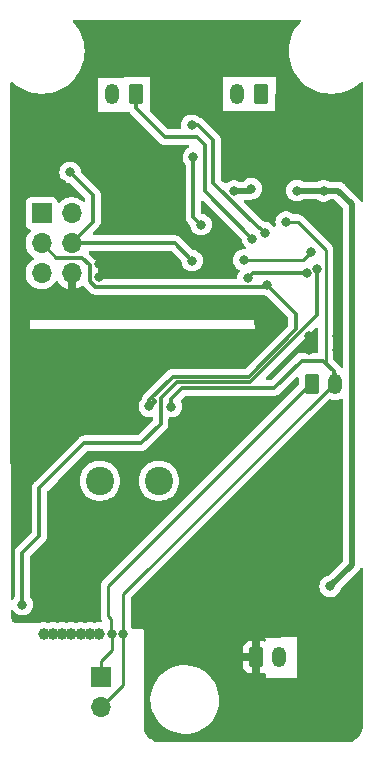
<source format=gbr>
%TF.GenerationSoftware,KiCad,Pcbnew,7.0.5-7.0.5~ubuntu20.04.1*%
%TF.CreationDate,2023-06-23T07:32:12+02:00*%
%TF.ProjectId,ModuleV440,4d6f6475-6c65-4563-9434-302e6b696361,rev?*%
%TF.SameCoordinates,Original*%
%TF.FileFunction,Copper,L2,Bot*%
%TF.FilePolarity,Positive*%
%FSLAX46Y46*%
G04 Gerber Fmt 4.6, Leading zero omitted, Abs format (unit mm)*
G04 Created by KiCad (PCBNEW 7.0.5-7.0.5~ubuntu20.04.1) date 2023-06-23 07:32:12*
%MOMM*%
%LPD*%
G01*
G04 APERTURE LIST*
G04 Aperture macros list*
%AMRoundRect*
0 Rectangle with rounded corners*
0 $1 Rounding radius*
0 $2 $3 $4 $5 $6 $7 $8 $9 X,Y pos of 4 corners*
0 Add a 4 corners polygon primitive as box body*
4,1,4,$2,$3,$4,$5,$6,$7,$8,$9,$2,$3,0*
0 Add four circle primitives for the rounded corners*
1,1,$1+$1,$2,$3*
1,1,$1+$1,$4,$5*
1,1,$1+$1,$6,$7*
1,1,$1+$1,$8,$9*
0 Add four rect primitives between the rounded corners*
20,1,$1+$1,$2,$3,$4,$5,0*
20,1,$1+$1,$4,$5,$6,$7,0*
20,1,$1+$1,$6,$7,$8,$9,0*
20,1,$1+$1,$8,$9,$2,$3,0*%
G04 Aperture macros list end*
%TA.AperFunction,ComponentPad*%
%ADD10RoundRect,0.250000X0.350000X0.625000X-0.350000X0.625000X-0.350000X-0.625000X0.350000X-0.625000X0*%
%TD*%
%TA.AperFunction,ComponentPad*%
%ADD11O,1.200000X1.750000*%
%TD*%
%TA.AperFunction,ComponentPad*%
%ADD12RoundRect,0.250000X-0.350000X-0.625000X0.350000X-0.625000X0.350000X0.625000X-0.350000X0.625000X0*%
%TD*%
%TA.AperFunction,ComponentPad*%
%ADD13R,1.700000X1.700000*%
%TD*%
%TA.AperFunction,ComponentPad*%
%ADD14O,1.700000X1.700000*%
%TD*%
%TA.AperFunction,ComponentPad*%
%ADD15C,2.400000*%
%TD*%
%TA.AperFunction,ViaPad*%
%ADD16C,1.000000*%
%TD*%
%TA.AperFunction,ViaPad*%
%ADD17C,0.800000*%
%TD*%
%TA.AperFunction,Conductor*%
%ADD18C,0.500000*%
%TD*%
%TA.AperFunction,Conductor*%
%ADD19C,0.300000*%
%TD*%
%TA.AperFunction,Conductor*%
%ADD20C,0.250000*%
%TD*%
G04 APERTURE END LIST*
D10*
%TO.P,RX1,1,Pin_1*%
%TO.N,RXD0*%
X10700000Y54950000D03*
D11*
%TO.P,RX1,2,Pin_2*%
%TO.N,VCC*%
X8700000Y54950000D03*
%TD*%
D12*
%TO.P,EXTTEMP1,1,Pin_1*%
%TO.N,MISO*%
X25600000Y30450000D03*
D11*
%TO.P,EXTTEMP1,2,Pin_2*%
%TO.N,VREF*%
X27600000Y30450000D03*
%TD*%
D10*
%TO.P,TX1,1,Pin_1*%
%TO.N,Net-(TX1-Pin_1)*%
X21300000Y54950000D03*
D11*
%TO.P,TX1,2,Pin_2*%
%TO.N,Net-(TX1-Pin_2)*%
X19300000Y54950000D03*
%TD*%
D13*
%TO.P,REMOTE1,1,Pin_1*%
%TO.N,MISO*%
X7750000Y5575000D03*
D14*
%TO.P,REMOTE1,2,Pin_2*%
%TO.N,VREF*%
X7750000Y3035000D03*
%TD*%
D12*
%TO.P,POWER1,1,Pin_1*%
%TO.N,GND*%
X20850000Y7300000D03*
D11*
%TO.P,POWER1,2,Pin_2*%
%TO.N,Net-(POWER1-Pin_2)*%
X22850000Y7300000D03*
%TD*%
D13*
%TO.P,J2,1,MISO*%
%TO.N,MISO*%
X2725000Y44875000D03*
D14*
%TO.P,J2,2,VCC*%
%TO.N,VCC*%
X5265000Y44875000D03*
%TO.P,J2,3,SCK*%
%TO.N,SCK*%
X2725000Y42335000D03*
%TO.P,J2,4,MOSI*%
%TO.N,Net-(ATTINY841-PA6)*%
X5265000Y42335000D03*
%TO.P,J2,5,~{RST}*%
%TO.N,Net-(ATTINY841-~{RESET}{slash}PB3)*%
X2725000Y39795000D03*
%TO.P,J2,6,GND*%
%TO.N,GND*%
X5265000Y39795000D03*
%TD*%
D15*
%TO.P,R30,1*%
%TO.N,VCC*%
X12660000Y22225000D03*
%TO.P,R30,2*%
%TO.N,Net-(Q1-D)*%
X7660000Y22225000D03*
%TD*%
D16*
%TO.N,*%
X2893333Y9250000D03*
X3674444Y9250000D03*
X4455555Y9250000D03*
X5236666Y9250000D03*
X6017777Y9250000D03*
X6800000Y9250000D03*
X7600000Y9250000D03*
D17*
%TO.N,GND*%
X11250000Y59425000D03*
X9730000Y50010000D03*
X10980000Y50010000D03*
X5275000Y53725000D03*
X8555000Y50010000D03*
X21990000Y35510000D03*
X25370000Y33320000D03*
X27740000Y34510000D03*
X26175000Y19550000D03*
X26160000Y18540000D03*
X27200000Y19550000D03*
X15550000Y11645000D03*
X15550000Y12625000D03*
X6090000Y16005000D03*
X7190000Y16005000D03*
X8290000Y16005000D03*
X9440000Y16005000D03*
X15550000Y13605000D03*
X16875000Y12625000D03*
X16875000Y11645000D03*
X16875000Y13605000D03*
X9650000Y46575000D03*
X10900000Y46575000D03*
X8475000Y46575000D03*
X7610000Y39485000D03*
X7610000Y40610000D03*
X23675000Y52350000D03*
X9425000Y59425000D03*
X7600000Y59425000D03*
X5270000Y52810000D03*
X3245000Y47315000D03*
X4420000Y47315000D03*
X14030000Y39690000D03*
X8870000Y43630000D03*
X7940000Y43650000D03*
X23060000Y35520000D03*
X1050000Y36800000D03*
X15550000Y14625000D03*
X16875000Y14625000D03*
X15550000Y15775000D03*
X16875000Y15775000D03*
X25350000Y34510000D03*
X27770000Y33320000D03*
X28460000Y48000000D03*
X27010000Y48000000D03*
X24500000Y55150000D03*
X21480000Y45270000D03*
X27600000Y42980000D03*
%TO.N,VCC*%
X26590000Y46770000D03*
X20460000Y46960000D03*
X27150000Y13275000D03*
X18999988Y46760000D03*
X24340000Y46800000D03*
%TO.N,RXD0*%
X20560000Y42720000D03*
%TO.N,ENABLE*%
X25200000Y39780000D03*
X20200000Y39350010D03*
%TO.N,TXD0*%
X21600000Y43230000D03*
X15420000Y52310000D03*
%TO.N,Net-(ATTINY841-PA6)*%
X15460000Y40870000D03*
X5130000Y48340000D03*
%TO.N,DUMP_LOAD_ENABLE*%
X25545250Y41620141D03*
X19830000Y40910000D03*
%TO.N,Net-(ATTINY841-XTAL2{slash}PB1)*%
X15570000Y49595000D03*
X16220000Y43910000D03*
%TO.N,Net-(Q1-G)*%
X26062139Y40179047D03*
X1100000Y11740000D03*
%TO.N,VREF*%
X13712500Y28500014D03*
X23425000Y44140000D03*
X9644988Y9230000D03*
%TO.N,SCK*%
X21820000Y38800000D03*
X11855766Y28531734D03*
%TO.N,MISO*%
X8650000Y9240000D03*
%TD*%
D18*
%TO.N,VCC*%
X18999988Y46760000D02*
X20260000Y46760000D01*
X29000000Y45620000D02*
X27820000Y46800000D01*
X20260000Y46760000D02*
X20460000Y46960000D01*
X29000000Y15125000D02*
X29000000Y45620000D01*
X27150000Y13275000D02*
X29000000Y15125000D01*
X24300000Y46760000D02*
X24340000Y46800000D01*
X27820000Y46800000D02*
X24340000Y46800000D01*
D19*
%TO.N,RXD0*%
X15840000Y51310000D02*
X16530000Y50620000D01*
X16530000Y50620000D02*
X16530000Y46750000D01*
X16530000Y46750000D02*
X20560000Y42720000D01*
X10700000Y54950000D02*
X10700000Y53800000D01*
X10700000Y53800000D02*
X13190000Y51310000D01*
X13190000Y51310000D02*
X15840000Y51310000D01*
%TO.N,ENABLE*%
X20629990Y39780000D02*
X20200000Y39350010D01*
X25200000Y39780000D02*
X20629990Y39780000D01*
%TO.N,TXD0*%
X21600000Y43230000D02*
X21200001Y43629999D01*
X15986411Y52310000D02*
X15420000Y52310000D01*
X21093985Y43629999D02*
X17249999Y47473985D01*
X21200001Y43629999D02*
X21093985Y43629999D01*
X17249999Y51046412D02*
X15986411Y52310000D01*
X17249999Y47473985D02*
X17249999Y51046412D01*
%TO.N,Net-(ATTINY841-PA6)*%
X5265000Y42335000D02*
X7070000Y44140000D01*
X7070000Y44140000D02*
X7070000Y46400000D01*
X13995000Y42335000D02*
X15460000Y40870000D01*
X7070000Y46400000D02*
X5130000Y48340000D01*
X5265000Y42335000D02*
X13995000Y42335000D01*
D20*
%TO.N,DUMP_LOAD_ENABLE*%
X24835109Y40910000D02*
X25545250Y41620141D01*
X19830000Y40910000D02*
X24835109Y40910000D01*
D19*
%TO.N,Net-(ATTINY841-XTAL2{slash}PB1)*%
X15570000Y49595000D02*
X15570000Y44560000D01*
X15570000Y44560000D02*
X16220000Y43910000D01*
%TO.N,Net-(Q1-G)*%
X2540000Y17576004D02*
X2540000Y21590000D01*
X11150000Y25400000D02*
X12800000Y27050000D01*
X12800000Y29200000D02*
X14150011Y30550011D01*
X26062139Y36225728D02*
X26062139Y40179047D01*
X1100000Y11740000D02*
X1100000Y16136004D01*
X20386422Y30550011D02*
X26062139Y36225728D01*
X12800000Y27050000D02*
X12800000Y29200000D01*
X14150011Y30550011D02*
X20386422Y30550011D01*
X6350000Y25400000D02*
X11150000Y25400000D01*
X1100000Y16136004D02*
X2540000Y17576004D01*
X2540000Y21590000D02*
X6350000Y25400000D01*
D20*
%TO.N,VREF*%
X26780000Y41760000D02*
X24400000Y44140000D01*
X26780000Y32170000D02*
X26780000Y41760000D01*
X9644988Y9795685D02*
X9644988Y9230000D01*
D19*
X13712500Y29162500D02*
X13712500Y28500014D01*
X26530000Y32400000D02*
X27450000Y31480000D01*
D20*
X27450000Y30450000D02*
X9644988Y12644988D01*
D19*
X22430000Y30100000D02*
X15300000Y30100000D01*
D20*
X7750000Y3035000D02*
X9644988Y4929988D01*
X24400000Y44140000D02*
X23425000Y44140000D01*
D19*
X27450000Y31480000D02*
X27450000Y30450000D01*
X14650000Y30100000D02*
X13712500Y29162500D01*
X24740000Y32400000D02*
X26530000Y32400000D01*
X15312486Y30100000D02*
X14650000Y30100000D01*
D20*
X27600000Y31350000D02*
X26780000Y32170000D01*
X9644988Y4929988D02*
X9644988Y9230000D01*
X9644988Y12644988D02*
X9644988Y9795685D01*
X27600000Y30450000D02*
X27450000Y30450000D01*
D19*
X15300000Y30100000D02*
X15250000Y30050000D01*
D20*
X27600000Y30450000D02*
X27600000Y31350000D01*
D19*
X24730000Y32400000D02*
X22430000Y30100000D01*
%TO.N,SCK*%
X6800000Y40456001D02*
X6800000Y39100000D01*
D20*
X4000000Y41100000D02*
X3960000Y41100000D01*
D19*
X4000000Y41100000D02*
X6156001Y41100000D01*
X11887500Y28500000D02*
X11887500Y28923911D01*
X2725000Y42335000D02*
X3365000Y42335000D01*
X11855766Y29055766D02*
X13850000Y31050000D01*
X11855766Y28531734D02*
X11855766Y29055766D01*
X24260000Y35060000D02*
X24260000Y36360000D01*
X12287491Y28900007D02*
X11919218Y28531734D01*
X7250000Y38650000D02*
X21670000Y38650000D01*
X22219999Y38400001D02*
X21820000Y38800000D01*
X6800000Y39100000D02*
X7250000Y38650000D01*
X6156001Y41100000D02*
X6800000Y40456001D01*
X20250000Y31050000D02*
X24260000Y35060000D01*
X12199814Y29025783D02*
X12287491Y28938106D01*
X11919218Y28531734D02*
X11855766Y28531734D01*
X13850000Y31050000D02*
X20250000Y31050000D01*
D20*
X3960000Y41100000D02*
X2725000Y42335000D01*
D19*
X21670000Y38650000D02*
X21820000Y38800000D01*
X24260000Y36360000D02*
X22219999Y38400001D01*
D20*
%TO.N,MISO*%
X8350007Y13300007D02*
X8350007Y10799993D01*
X8350007Y10799993D02*
X8625000Y10525000D01*
X25450000Y30400000D02*
X8350007Y13300007D01*
X25450000Y30450000D02*
X25450000Y30400000D01*
X7750000Y6975000D02*
X7750000Y5575000D01*
X8625000Y10525000D02*
X8625000Y9265000D01*
X8625000Y9265000D02*
X8650000Y9240000D01*
X8650000Y7875000D02*
X7750000Y6975000D01*
X8650000Y9240000D02*
X8650000Y7875000D01*
%TD*%
%TA.AperFunction,Conductor*%
%TO.N,GND*%
G36*
X28198011Y29148505D02*
G01*
X28236395Y29088779D01*
X28241499Y29053280D01*
X28241500Y15491372D01*
X28221498Y15423251D01*
X28204595Y15402277D01*
X26993667Y14191350D01*
X26931355Y14157324D01*
X26930772Y14157199D01*
X26867712Y14143794D01*
X26693249Y14066119D01*
X26693248Y14066118D01*
X26538744Y13953865D01*
X26410965Y13811952D01*
X26410958Y13811942D01*
X26315476Y13646562D01*
X26315473Y13646556D01*
X26308485Y13625049D01*
X26256457Y13464928D01*
X26236496Y13275001D01*
X26256457Y13085073D01*
X26277501Y13020309D01*
X26315473Y12903444D01*
X26315476Y12903439D01*
X26410958Y12738059D01*
X26410965Y12738049D01*
X26538744Y12596136D01*
X26538747Y12596134D01*
X26693248Y12483882D01*
X26867712Y12406206D01*
X27054513Y12366500D01*
X27245487Y12366500D01*
X27432288Y12406206D01*
X27606752Y12483882D01*
X27761253Y12596134D01*
X27889040Y12738056D01*
X27984527Y12903444D01*
X28039388Y13072289D01*
X28070124Y13122445D01*
X29490778Y14543099D01*
X29504617Y14555059D01*
X29524058Y14569531D01*
X29558001Y14609985D01*
X29561700Y14614021D01*
X29567580Y14619899D01*
X29587621Y14645247D01*
X29588674Y14646539D01*
X29638032Y14705360D01*
X29638033Y14705363D01*
X29638037Y14705367D01*
X29642066Y14711492D01*
X29642122Y14711455D01*
X29646171Y14717810D01*
X29646113Y14717845D01*
X29649963Y14724089D01*
X29649962Y14724089D01*
X29649967Y14724094D01*
X29682392Y14793633D01*
X29683175Y14795249D01*
X29691581Y14811987D01*
X29740026Y14863883D01*
X29808840Y14881351D01*
X29876174Y14858842D01*
X29920650Y14803503D01*
X29930178Y14755383D01*
X29924517Y1543194D01*
X29924500Y1543072D01*
X29924500Y1502483D01*
X29924306Y1497537D01*
X29907739Y1287045D01*
X29904646Y1267517D01*
X29857094Y1069447D01*
X29850984Y1050643D01*
X29773034Y862455D01*
X29764058Y844838D01*
X29657623Y671151D01*
X29646001Y655156D01*
X29513714Y500267D01*
X29499733Y486286D01*
X29344844Y353999D01*
X29328849Y342377D01*
X29155162Y235942D01*
X29137545Y226966D01*
X28949357Y149016D01*
X28930553Y142906D01*
X28732483Y95354D01*
X28712955Y92261D01*
X28502464Y75694D01*
X28497518Y75500D01*
X12777482Y75500D01*
X12772536Y75694D01*
X12562044Y92261D01*
X12542516Y95354D01*
X12344446Y142906D01*
X12325642Y149016D01*
X12137454Y226966D01*
X12119837Y235942D01*
X11946150Y342377D01*
X11930155Y353999D01*
X11775266Y486286D01*
X11761285Y500267D01*
X11715882Y553427D01*
X11628997Y655158D01*
X11617376Y671151D01*
X11510941Y844838D01*
X11501965Y862455D01*
X11454837Y976231D01*
X11424014Y1050644D01*
X11417905Y1069447D01*
X11370353Y1267517D01*
X11367260Y1287045D01*
X11350694Y1497538D01*
X11350500Y1502483D01*
X11350500Y3786103D01*
X11935673Y3786103D01*
X11940779Y3613888D01*
X11945875Y3441988D01*
X11945875Y3441987D01*
X11996701Y3101515D01*
X11996702Y3101508D01*
X12087448Y2769416D01*
X12087449Y2769414D01*
X12216826Y2450404D01*
X12216828Y2450401D01*
X12383034Y2148921D01*
X12383036Y2148917D01*
X12383038Y2148915D01*
X12583725Y1869221D01*
X12583726Y1869220D01*
X12583730Y1869215D01*
X12816099Y1615209D01*
X13076880Y1390469D01*
X13362410Y1198149D01*
X13668683Y1040950D01*
X13991399Y921078D01*
X14326027Y840217D01*
X14667870Y799500D01*
X14667876Y799500D01*
X14925980Y799500D01*
X14925990Y799500D01*
X15183655Y814791D01*
X15522486Y875687D01*
X15851736Y976231D01*
X16063349Y1069447D01*
X16166766Y1115002D01*
X16166772Y1115005D01*
X16166773Y1115006D01*
X16166783Y1115010D01*
X16463206Y1290076D01*
X16736842Y1498973D01*
X16983851Y1738767D01*
X17200764Y2006093D01*
X17384538Y2297198D01*
X17532592Y2607994D01*
X17642848Y2934120D01*
X17713758Y3270998D01*
X17744327Y3613897D01*
X17734125Y3958006D01*
X17683297Y4298492D01*
X17592554Y4630577D01*
X17463172Y4949599D01*
X17296966Y5251079D01*
X17296961Y5251086D01*
X17096274Y5530780D01*
X17096273Y5530781D01*
X17096272Y5530782D01*
X17096270Y5530785D01*
X16863901Y5784791D01*
X16603120Y6009531D01*
X16317590Y6201851D01*
X16011317Y6359050D01*
X15785387Y6442971D01*
X15688599Y6478923D01*
X15353975Y6559783D01*
X15353969Y6559784D01*
X15209426Y6577001D01*
X15012130Y6600500D01*
X14754010Y6600500D01*
X14496345Y6585209D01*
X14496341Y6585209D01*
X14496336Y6585208D01*
X14157511Y6524313D01*
X13828268Y6423771D01*
X13828255Y6423766D01*
X13513233Y6284999D01*
X13513227Y6284996D01*
X13216793Y6109924D01*
X12943154Y5901024D01*
X12696151Y5661237D01*
X12479237Y5393910D01*
X12295462Y5102802D01*
X12295454Y5102788D01*
X12147410Y4792014D01*
X12147406Y4792002D01*
X12037150Y4465875D01*
X12037149Y4465870D01*
X11966241Y4129004D01*
X11966241Y4129000D01*
X11935673Y3786115D01*
X11935673Y3786110D01*
X11935673Y3786105D01*
X11935673Y3786103D01*
X11350500Y3786103D01*
X11350500Y6950000D01*
X19742000Y6950000D01*
X19742000Y6624484D01*
X19752605Y6520682D01*
X19752606Y6520679D01*
X19808342Y6352475D01*
X19901365Y6201661D01*
X19901370Y6201655D01*
X20026654Y6076371D01*
X20026660Y6076366D01*
X20177474Y5983343D01*
X20345678Y5927607D01*
X20345681Y5927606D01*
X20449483Y5917001D01*
X20449483Y5917000D01*
X20500000Y5917000D01*
X20500000Y6950000D01*
X19742000Y6950000D01*
X11350500Y6950000D01*
X11350500Y7268605D01*
X20471114Y7268605D01*
X20501837Y7147281D01*
X20570289Y7042508D01*
X20669052Y6965637D01*
X20787424Y6925000D01*
X20881073Y6925000D01*
X20973446Y6940414D01*
X21083514Y6999981D01*
X21168278Y7092059D01*
X21200000Y7164378D01*
X21200000Y5917000D01*
X21250517Y5917000D01*
X21250516Y5917001D01*
X21354318Y5927606D01*
X21354321Y5927607D01*
X21529491Y5985651D01*
X21530245Y5983375D01*
X21589074Y5992327D01*
X21653895Y5963365D01*
X21692768Y5903956D01*
X21698164Y5868318D01*
X21700320Y5549476D01*
X21700320Y5549477D01*
X21700321Y5549475D01*
X24376307Y5553125D01*
X24351307Y9000000D01*
X24351306Y9000000D01*
X24351306Y9000001D01*
X21677293Y8953652D01*
X21678736Y8740236D01*
X21659195Y8671981D01*
X21605855Y8625127D01*
X21535651Y8614548D01*
X21513107Y8619779D01*
X21354324Y8672394D01*
X21354318Y8672395D01*
X21250516Y8683000D01*
X21200000Y8683000D01*
X21200000Y7445465D01*
X21198163Y7452719D01*
X21129711Y7557492D01*
X21030948Y7634363D01*
X20912576Y7675000D01*
X20818927Y7675000D01*
X20726554Y7659586D01*
X20616486Y7600019D01*
X20531722Y7507941D01*
X20481449Y7393330D01*
X20471114Y7268605D01*
X11350500Y7268605D01*
X11350500Y7650000D01*
X19742000Y7650000D01*
X20500000Y7650000D01*
X20500000Y8683000D01*
X20449483Y8683000D01*
X20345681Y8672395D01*
X20345678Y8672394D01*
X20177474Y8616658D01*
X20026660Y8523635D01*
X20026654Y8523630D01*
X19901370Y8398346D01*
X19901365Y8398340D01*
X19808342Y8247526D01*
X19752606Y8079322D01*
X19752605Y8079319D01*
X19742000Y7975517D01*
X19742000Y7650000D01*
X11350500Y7650000D01*
X11350500Y9534471D01*
X11352414Y9556352D01*
X11354122Y9566045D01*
X11354124Y9566048D01*
X11352414Y9575747D01*
X11351249Y9589060D01*
X11350500Y9593308D01*
X11350500Y9593312D01*
X11350498Y9593317D01*
X11349748Y9597572D01*
X11346290Y9610478D01*
X11344581Y9620171D01*
X11344581Y9620172D01*
X11344579Y9620173D01*
X11341062Y9626265D01*
X11336549Y9631645D01*
X11328016Y9636571D01*
X11310025Y9649169D01*
X11302479Y9655501D01*
X11295881Y9657903D01*
X11288952Y9659125D01*
X11279254Y9657414D01*
X11257375Y9655500D01*
X10521117Y9655500D01*
X10452996Y9675502D01*
X10411998Y9718500D01*
X10384030Y9766941D01*
X10384029Y9766942D01*
X10384028Y9766944D01*
X10359784Y9793870D01*
X10329068Y9857875D01*
X10327421Y9878211D01*
X10327500Y10192500D01*
X10327498Y10192501D01*
X10327499Y10192501D01*
X10315316Y10204705D01*
X10281345Y10267046D01*
X10278488Y10293724D01*
X10278488Y12330395D01*
X10298490Y12398516D01*
X10315393Y12419490D01*
X18637155Y20741252D01*
X27022642Y29126740D01*
X27084952Y29160764D01*
X27152944Y29156714D01*
X27337473Y29092847D01*
X27547016Y29062719D01*
X27696290Y29069830D01*
X27758463Y29072791D01*
X27758467Y29072792D01*
X27758474Y29072792D01*
X27964204Y29122702D01*
X28063160Y29167894D01*
X28133430Y29177998D01*
X28198011Y29148505D01*
G37*
%TD.AperFunction*%
%TA.AperFunction,Conductor*%
G36*
X24409533Y31044107D02*
G01*
X24466368Y31001560D01*
X24491179Y30935040D01*
X24491500Y30926051D01*
X24491500Y30389596D01*
X24471498Y30321475D01*
X24454595Y30300501D01*
X7961343Y13807250D01*
X7948908Y13797286D01*
X7949096Y13797059D01*
X7942986Y13792005D01*
X7895701Y13741652D01*
X7894326Y13740233D01*
X7873870Y13719776D01*
X7869567Y13714230D01*
X7865721Y13709728D01*
X7833424Y13675333D01*
X7833418Y13675324D01*
X7823658Y13657572D01*
X7812810Y13641057D01*
X7800393Y13625049D01*
X7781652Y13581743D01*
X7779041Y13576413D01*
X7756312Y13535068D01*
X7756310Y13535063D01*
X7751274Y13515448D01*
X7744871Y13496745D01*
X7736826Y13478155D01*
X7729444Y13431551D01*
X7728240Y13425739D01*
X7716507Y13380039D01*
X7716507Y13359784D01*
X7714956Y13340074D01*
X7711787Y13320065D01*
X7711787Y13320064D01*
X7716227Y13273090D01*
X7716507Y13267157D01*
X7716507Y10883847D01*
X7714758Y10868005D01*
X7715051Y10867977D01*
X7714305Y10860085D01*
X7716476Y10791019D01*
X7716507Y10789040D01*
X7716507Y10760142D01*
X7716508Y10760121D01*
X7717385Y10753173D01*
X7717851Y10747261D01*
X7719333Y10700105D01*
X7719334Y10700100D01*
X7724984Y10680654D01*
X7728993Y10661296D01*
X7731532Y10641200D01*
X7731533Y10641194D01*
X7748900Y10597331D01*
X7750823Y10591714D01*
X7763989Y10546400D01*
X7774301Y10528962D01*
X7782995Y10511214D01*
X7790451Y10492384D01*
X7790457Y10492373D01*
X7818183Y10454212D01*
X7821441Y10449253D01*
X7825362Y10442623D01*
X7842828Y10373808D01*
X7820316Y10306475D01*
X7764976Y10262001D01*
X7704564Y10253082D01*
X7600003Y10263380D01*
X7599997Y10263380D01*
X7402305Y10243910D01*
X7265439Y10202393D01*
X7228682Y10196968D01*
X7170677Y10197052D01*
X7134284Y10202477D01*
X6997694Y10243910D01*
X6800003Y10263380D01*
X6799997Y10263380D01*
X6602304Y10243910D01*
X6469222Y10203541D01*
X6432466Y10198116D01*
X6384715Y10198185D01*
X6348323Y10203610D01*
X6215478Y10243908D01*
X6215477Y10243909D01*
X6215471Y10243910D01*
X6017780Y10263380D01*
X6017774Y10263380D01*
X5820080Y10243910D01*
X5690699Y10204664D01*
X5653943Y10199239D01*
X5599877Y10199317D01*
X5563485Y10204742D01*
X5434361Y10243910D01*
X5236669Y10263380D01*
X5236663Y10263380D01*
X5038970Y10243910D01*
X4913283Y10205784D01*
X4876527Y10200359D01*
X4815037Y10200448D01*
X4778645Y10205873D01*
X4653250Y10243910D01*
X4455558Y10263380D01*
X4455552Y10263380D01*
X4257858Y10243910D01*
X4135866Y10206905D01*
X4099109Y10201480D01*
X4030195Y10201580D01*
X3993804Y10207005D01*
X3872140Y10243910D01*
X3674447Y10263380D01*
X3674441Y10263380D01*
X3476747Y10243910D01*
X3358450Y10208026D01*
X3321694Y10202601D01*
X3245355Y10202711D01*
X3208963Y10208136D01*
X3091028Y10243910D01*
X2893336Y10263380D01*
X2893330Y10263380D01*
X2695635Y10243910D01*
X2581032Y10209147D01*
X2544277Y10203722D01*
X435448Y10206762D01*
X367357Y10226862D01*
X328197Y10266927D01*
X255941Y10384838D01*
X246965Y10402455D01*
X169015Y10590643D01*
X162905Y10609447D01*
X115353Y10807517D01*
X112260Y10827045D01*
X109660Y10860085D01*
X95692Y11037558D01*
X95500Y11042460D01*
X95500Y11064531D01*
X95499Y11064533D01*
X95499Y11084518D01*
X95480Y11084635D01*
X95436Y11192670D01*
X115410Y11260797D01*
X169047Y11307311D01*
X239317Y11317444D01*
X303910Y11287977D01*
X330555Y11255719D01*
X360958Y11203059D01*
X360965Y11203049D01*
X488744Y11061136D01*
X488747Y11061134D01*
X643248Y10948882D01*
X817712Y10871206D01*
X1004513Y10831500D01*
X1195487Y10831500D01*
X1382288Y10871206D01*
X1556752Y10948882D01*
X1711253Y11061134D01*
X1839040Y11203056D01*
X1934527Y11368444D01*
X1993542Y11550072D01*
X2013504Y11740000D01*
X1993542Y11929928D01*
X1934527Y12111556D01*
X1839040Y12276944D01*
X1790861Y12330452D01*
X1760146Y12394456D01*
X1758499Y12414748D01*
X1758499Y15811056D01*
X1778501Y15879176D01*
X1795399Y15900145D01*
X2944386Y17049132D01*
X2957129Y17059339D01*
X2956969Y17059533D01*
X2963075Y17064586D01*
X2963080Y17064588D01*
X3012314Y17117019D01*
X3013598Y17118344D01*
X3034927Y17139671D01*
X3039470Y17145529D01*
X3043308Y17150024D01*
X3076972Y17185871D01*
X3087310Y17204677D01*
X3098152Y17221181D01*
X3111304Y17238136D01*
X3130832Y17283267D01*
X3133441Y17288590D01*
X3157124Y17331667D01*
X3162457Y17352442D01*
X3168856Y17371135D01*
X3177380Y17390828D01*
X3185071Y17439390D01*
X3186272Y17445198D01*
X3198500Y17492816D01*
X3198500Y17514257D01*
X3200051Y17533968D01*
X3203407Y17555156D01*
X3198780Y17604108D01*
X3198500Y17610041D01*
X3198500Y21265051D01*
X3218502Y21333172D01*
X3235405Y21354146D01*
X4106260Y22225001D01*
X5946709Y22225001D01*
X5965845Y21969644D01*
X6022826Y21719998D01*
X6022827Y21719995D01*
X6116374Y21481638D01*
X6116376Y21481634D01*
X6244410Y21259873D01*
X6244412Y21259870D01*
X6244413Y21259869D01*
X6404069Y21059666D01*
X6591781Y20885495D01*
X6591787Y20885491D01*
X6803345Y20741252D01*
X6803352Y20741248D01*
X6803355Y20741246D01*
X6936360Y20677194D01*
X7034060Y20630144D01*
X7034073Y20630139D01*
X7278746Y20554668D01*
X7278748Y20554668D01*
X7278757Y20554665D01*
X7531966Y20516500D01*
X7531970Y20516500D01*
X7788030Y20516500D01*
X7788034Y20516500D01*
X8041243Y20554665D01*
X8041253Y20554668D01*
X8285929Y20630140D01*
X8285930Y20630141D01*
X8285935Y20630142D01*
X8516646Y20741246D01*
X8728219Y20885495D01*
X8915931Y21059666D01*
X9075587Y21259869D01*
X9203622Y21481631D01*
X9297174Y21719999D01*
X9354155Y21969647D01*
X9373291Y22225000D01*
X10946709Y22225000D01*
X10965845Y21969644D01*
X11022826Y21719998D01*
X11022827Y21719995D01*
X11116374Y21481638D01*
X11116376Y21481634D01*
X11244410Y21259873D01*
X11244412Y21259870D01*
X11244413Y21259869D01*
X11404069Y21059666D01*
X11591781Y20885495D01*
X11591787Y20885491D01*
X11803345Y20741252D01*
X11803352Y20741248D01*
X11803355Y20741246D01*
X11936360Y20677194D01*
X12034060Y20630144D01*
X12034073Y20630139D01*
X12278746Y20554668D01*
X12278748Y20554668D01*
X12278757Y20554665D01*
X12531966Y20516500D01*
X12531970Y20516500D01*
X12788030Y20516500D01*
X12788034Y20516500D01*
X13041243Y20554665D01*
X13041253Y20554668D01*
X13285929Y20630140D01*
X13285930Y20630141D01*
X13285935Y20630142D01*
X13516646Y20741246D01*
X13728219Y20885495D01*
X13915931Y21059666D01*
X14075587Y21259869D01*
X14203622Y21481631D01*
X14297174Y21719999D01*
X14354155Y21969647D01*
X14373291Y22225000D01*
X14354155Y22480353D01*
X14297174Y22730001D01*
X14292013Y22743151D01*
X14203625Y22968363D01*
X14203623Y22968367D01*
X14075589Y23190128D01*
X14075587Y23190131D01*
X13915931Y23390334D01*
X13728219Y23564505D01*
X13516646Y23708754D01*
X13516643Y23708755D01*
X13516641Y23708757D01*
X13516640Y23708758D01*
X13285936Y23819858D01*
X13285929Y23819861D01*
X13041253Y23895333D01*
X13041245Y23895335D01*
X13041243Y23895335D01*
X12788034Y23933500D01*
X12531966Y23933500D01*
X12278757Y23895335D01*
X12278755Y23895335D01*
X12278746Y23895333D01*
X12034073Y23819862D01*
X12034060Y23819857D01*
X11803352Y23708753D01*
X11803345Y23708749D01*
X11591787Y23564510D01*
X11591782Y23564506D01*
X11404070Y23390335D01*
X11244410Y23190128D01*
X11116376Y22968367D01*
X11116374Y22968363D01*
X11022827Y22730006D01*
X11022826Y22730003D01*
X10965845Y22480357D01*
X10946709Y22225000D01*
X9373291Y22225000D01*
X9354155Y22480353D01*
X9297174Y22730001D01*
X9292013Y22743151D01*
X9203625Y22968363D01*
X9203623Y22968367D01*
X9075589Y23190128D01*
X9075587Y23190131D01*
X8915931Y23390334D01*
X8728219Y23564505D01*
X8516646Y23708754D01*
X8516643Y23708755D01*
X8516641Y23708757D01*
X8516640Y23708758D01*
X8285936Y23819858D01*
X8285929Y23819861D01*
X8041253Y23895333D01*
X8041245Y23895335D01*
X8041243Y23895335D01*
X7788034Y23933500D01*
X7531966Y23933500D01*
X7278757Y23895335D01*
X7278755Y23895335D01*
X7278746Y23895333D01*
X7034073Y23819862D01*
X7034060Y23819857D01*
X6803352Y23708753D01*
X6803345Y23708749D01*
X6591787Y23564510D01*
X6591782Y23564506D01*
X6404070Y23390335D01*
X6244410Y23190128D01*
X6116376Y22968367D01*
X6116374Y22968363D01*
X6022827Y22730006D01*
X6022826Y22730003D01*
X5965845Y22480357D01*
X5946709Y22225001D01*
X4106260Y22225001D01*
X6585855Y24704595D01*
X6648167Y24738621D01*
X6674950Y24741500D01*
X11063389Y24741500D01*
X11079620Y24739709D01*
X11079644Y24739958D01*
X11087536Y24739212D01*
X11087536Y24739213D01*
X11087537Y24739212D01*
X11111275Y24739958D01*
X11159358Y24741469D01*
X11161337Y24741500D01*
X11191425Y24741500D01*
X11191432Y24741500D01*
X11198779Y24742429D01*
X11204682Y24742894D01*
X11253831Y24744438D01*
X11274421Y24750421D01*
X11293776Y24754429D01*
X11315064Y24757118D01*
X11360796Y24775225D01*
X11366380Y24777137D01*
X11413600Y24790855D01*
X11432050Y24801768D01*
X11449813Y24810470D01*
X11469756Y24818365D01*
X11509537Y24847270D01*
X11514487Y24850520D01*
X11524175Y24856250D01*
X11556807Y24875547D01*
X11571977Y24890719D01*
X11587005Y24903553D01*
X11604357Y24916159D01*
X11635703Y24954051D01*
X11639671Y24958413D01*
X13204387Y26523129D01*
X13217130Y26533337D01*
X13216971Y26533530D01*
X13223072Y26538580D01*
X13223080Y26538584D01*
X13272329Y26591031D01*
X13273613Y26592356D01*
X13294926Y26613667D01*
X13299462Y26619517D01*
X13303306Y26624018D01*
X13336972Y26659867D01*
X13347303Y26678661D01*
X13358151Y26695177D01*
X13371304Y26712131D01*
X13390845Y26757290D01*
X13393428Y26762562D01*
X13417124Y26805663D01*
X13422460Y26826451D01*
X13428857Y26845131D01*
X13437379Y26864823D01*
X13445072Y26913405D01*
X13446266Y26919169D01*
X13458500Y26966812D01*
X13458499Y26988260D01*
X13460051Y27007976D01*
X13463406Y27029152D01*
X13458780Y27078094D01*
X13458500Y27084026D01*
X13458500Y27469611D01*
X13478502Y27537732D01*
X13532158Y27584225D01*
X13602432Y27594329D01*
X13610687Y27592859D01*
X13617013Y27591514D01*
X13617014Y27591514D01*
X13807987Y27591514D01*
X13994788Y27631220D01*
X14169252Y27708896D01*
X14323753Y27821148D01*
X14451540Y27963070D01*
X14547027Y28128458D01*
X14606042Y28310086D01*
X14626004Y28500014D01*
X14606042Y28689942D01*
X14547027Y28871570D01*
X14524286Y28910957D01*
X14507549Y28979951D01*
X14530769Y29047043D01*
X14544311Y29063052D01*
X14691903Y29210644D01*
X14882001Y29400742D01*
X14944311Y29434766D01*
X15015126Y29429701D01*
X15022416Y29426497D01*
X15025165Y29425508D01*
X15025168Y29425506D01*
X15056878Y29418418D01*
X15187531Y29389213D01*
X15187536Y29389212D01*
X15187536Y29389213D01*
X15187537Y29389212D01*
X15353831Y29394438D01*
X15445985Y29421212D01*
X15498601Y29436497D01*
X15533754Y29441500D01*
X22343389Y29441500D01*
X22359620Y29439709D01*
X22359644Y29439958D01*
X22367536Y29439212D01*
X22367536Y29439213D01*
X22367537Y29439212D01*
X22391275Y29439958D01*
X22439358Y29441469D01*
X22441337Y29441500D01*
X22471425Y29441500D01*
X22471432Y29441500D01*
X22478779Y29442429D01*
X22484682Y29442894D01*
X22533831Y29444438D01*
X22554421Y29450421D01*
X22573776Y29454429D01*
X22595064Y29457118D01*
X22640796Y29475225D01*
X22646380Y29477137D01*
X22693600Y29490855D01*
X22712050Y29501768D01*
X22729813Y29510470D01*
X22749756Y29518365D01*
X22789537Y29547270D01*
X22794487Y29550520D01*
X22804175Y29556250D01*
X22836807Y29575547D01*
X22851977Y29590719D01*
X22867005Y29603553D01*
X22884357Y29616159D01*
X22915702Y29654050D01*
X22919670Y29658412D01*
X24276404Y31015147D01*
X24338717Y31049172D01*
X24409533Y31044107D01*
G37*
%TD.AperFunction*%
%TA.AperFunction,Conductor*%
G36*
X24596554Y61254498D02*
G01*
X24643047Y61200842D01*
X24653151Y61130568D01*
X24623657Y61065988D01*
X24617528Y61059405D01*
X24570645Y61012523D01*
X24570631Y61012507D01*
X24333143Y60719235D01*
X24333131Y60719218D01*
X24127595Y60402718D01*
X24127591Y60402712D01*
X23956265Y60066464D01*
X23956261Y60066456D01*
X23821023Y59714150D01*
X23723346Y59349612D01*
X23664308Y58976863D01*
X23644559Y58600007D01*
X23644559Y58599994D01*
X23664308Y58223138D01*
X23723346Y57850389D01*
X23821023Y57485851D01*
X23956261Y57133545D01*
X23956265Y57133537D01*
X24127597Y56797280D01*
X24333131Y56480783D01*
X24333143Y56480766D01*
X24570631Y56187494D01*
X24570645Y56187478D01*
X24837477Y55920646D01*
X24837485Y55920639D01*
X24837489Y55920635D01*
X24860888Y55901687D01*
X25130765Y55683144D01*
X25130782Y55683132D01*
X25309396Y55567140D01*
X25447280Y55477597D01*
X25783535Y55306266D01*
X25783539Y55306265D01*
X25783544Y55306262D01*
X26135850Y55171024D01*
X26135855Y55171023D01*
X26135857Y55171022D01*
X26500387Y55073347D01*
X26873129Y55014310D01*
X26873131Y55014310D01*
X26873137Y55014309D01*
X27066871Y55004157D01*
X27155706Y54999501D01*
X27155707Y54999500D01*
X27155720Y54999500D01*
X27344293Y54999500D01*
X27344293Y54999501D01*
X27450610Y55005073D01*
X27626862Y55014309D01*
X27626866Y55014310D01*
X27626871Y55014310D01*
X27999613Y55073347D01*
X28364143Y55171022D01*
X28364146Y55171024D01*
X28364149Y55171024D01*
X28716455Y55306262D01*
X28716456Y55306263D01*
X28716465Y55306266D01*
X29052720Y55477597D01*
X29369225Y55683137D01*
X29662511Y55920635D01*
X29732713Y55990838D01*
X29795023Y56024861D01*
X29865839Y56019797D01*
X29922675Y55977251D01*
X29947486Y55910731D01*
X29947807Y55901687D01*
X29943550Y45964718D01*
X29923519Y45896606D01*
X29869843Y45850136D01*
X29799565Y45840062D01*
X29734997Y45869583D01*
X29697946Y45925138D01*
X29692114Y45942738D01*
X29692109Y45942746D01*
X29689012Y45949389D01*
X29689074Y45949419D01*
X29685788Y45956205D01*
X29685728Y45956174D01*
X29682433Y45962735D01*
X29657811Y46000170D01*
X29640266Y46026845D01*
X29639293Y46028374D01*
X29599032Y46093649D01*
X29594478Y46099408D01*
X29594531Y46099451D01*
X29589766Y46105300D01*
X29589715Y46105256D01*
X29584998Y46110878D01*
X29529159Y46163559D01*
X29527878Y46164803D01*
X28401907Y47290774D01*
X28389936Y47304625D01*
X28375469Y47324058D01*
X28375467Y47324060D01*
X28335024Y47357997D01*
X28330970Y47361711D01*
X28325104Y47367577D01*
X28325101Y47367580D01*
X28315555Y47375129D01*
X28299810Y47387579D01*
X28298392Y47388734D01*
X28258770Y47421980D01*
X28239640Y47438032D01*
X28239639Y47438033D01*
X28239635Y47438036D01*
X28233506Y47442067D01*
X28233541Y47442122D01*
X28227187Y47446171D01*
X28227153Y47446114D01*
X28220906Y47449967D01*
X28151375Y47482391D01*
X28149742Y47483181D01*
X28081188Y47517609D01*
X28081186Y47517610D01*
X28081183Y47517611D01*
X28074289Y47520120D01*
X28074311Y47520183D01*
X28067189Y47522659D01*
X28067169Y47522596D01*
X28060210Y47524903D01*
X27985045Y47540424D01*
X27983258Y47540820D01*
X27908656Y47558500D01*
X27901367Y47559352D01*
X27901374Y47559420D01*
X27893877Y47560186D01*
X27893872Y47560119D01*
X27886558Y47560759D01*
X27809825Y47558527D01*
X27807993Y47558500D01*
X27079414Y47558500D01*
X27028166Y47569393D01*
X26872288Y47638794D01*
X26685487Y47678500D01*
X26494513Y47678500D01*
X26307711Y47638794D01*
X26227995Y47603303D01*
X26151833Y47569393D01*
X26100586Y47558500D01*
X24882587Y47558500D01*
X24814466Y47578502D01*
X24808524Y47582565D01*
X24796754Y47591117D01*
X24622288Y47668794D01*
X24435487Y47708500D01*
X24244513Y47708500D01*
X24057711Y47668794D01*
X23883247Y47591118D01*
X23728744Y47478865D01*
X23600965Y47336952D01*
X23600958Y47336942D01*
X23505476Y47171562D01*
X23505473Y47171555D01*
X23446457Y46989928D01*
X23426496Y46800001D01*
X23446457Y46610073D01*
X23453485Y46588444D01*
X23505473Y46428444D01*
X23515924Y46410343D01*
X23600958Y46263059D01*
X23600965Y46263049D01*
X23728744Y46121136D01*
X23758591Y46099451D01*
X23883248Y46008882D01*
X24057712Y45931206D01*
X24244513Y45891500D01*
X24435487Y45891500D01*
X24622288Y45931206D01*
X24796752Y46008882D01*
X24808524Y46017436D01*
X24875391Y46041294D01*
X24882587Y46041500D01*
X26006122Y46041500D01*
X26074243Y46021498D01*
X26080183Y46017436D01*
X26087508Y46012114D01*
X26133248Y45978882D01*
X26307712Y45901206D01*
X26494513Y45861500D01*
X26685487Y45861500D01*
X26872288Y45901206D01*
X27046752Y45978882D01*
X27099108Y46016921D01*
X27099817Y46017436D01*
X27166685Y46041295D01*
X27173878Y46041500D01*
X27453629Y46041500D01*
X27521750Y46021498D01*
X27542724Y46004595D01*
X28204595Y45342724D01*
X28238621Y45280412D01*
X28241500Y45253629D01*
X28241500Y31909249D01*
X28221498Y31841128D01*
X28167842Y31794635D01*
X28097568Y31784531D01*
X28035193Y31812158D01*
X28029114Y31817186D01*
X28024728Y31821176D01*
X28007933Y31837971D01*
X27988575Y31862926D01*
X27974452Y31886807D01*
X27974450Y31886809D01*
X27974447Y31886813D01*
X27959291Y31901969D01*
X27946450Y31917002D01*
X27933841Y31934357D01*
X27895953Y31965701D01*
X27891571Y31969688D01*
X27450403Y32410856D01*
X27416378Y32473167D01*
X27413499Y32499950D01*
X27413499Y36849693D01*
X27413499Y41676155D01*
X27415249Y41691986D01*
X27414956Y41692013D01*
X27415702Y41699907D01*
X27413531Y41768977D01*
X27413500Y41770956D01*
X27413500Y41799851D01*
X27413500Y41799856D01*
X27412619Y41806822D01*
X27412155Y41812718D01*
X27410673Y41859890D01*
X27405022Y41879337D01*
X27401012Y41898700D01*
X27398474Y41918797D01*
X27381099Y41962680D01*
X27379179Y41968289D01*
X27366018Y42013593D01*
X27355705Y42031031D01*
X27347010Y42048778D01*
X27339552Y42067617D01*
X27311821Y42105785D01*
X27308562Y42110745D01*
X27284541Y42151365D01*
X27270218Y42165688D01*
X27257377Y42180721D01*
X27245471Y42197108D01*
X27238029Y42203265D01*
X27209108Y42227190D01*
X27204736Y42231169D01*
X24907244Y44528661D01*
X24897279Y44541099D01*
X24897052Y44540910D01*
X24892001Y44547016D01*
X24892000Y44547018D01*
X24841626Y44594322D01*
X24840237Y44595668D01*
X24829990Y44605915D01*
X24819776Y44616130D01*
X24819772Y44616134D01*
X24814225Y44620437D01*
X24809717Y44624288D01*
X24775325Y44656583D01*
X24775319Y44656587D01*
X24757563Y44666349D01*
X24741047Y44677198D01*
X24725041Y44689614D01*
X24694289Y44702922D01*
X24681740Y44708352D01*
X24676408Y44710964D01*
X24635061Y44733695D01*
X24615436Y44738734D01*
X24596736Y44745136D01*
X24578145Y44753181D01*
X24578143Y44753182D01*
X24578142Y44753182D01*
X24531542Y44760563D01*
X24525729Y44761767D01*
X24480030Y44773500D01*
X24459776Y44773500D01*
X24440066Y44775051D01*
X24420057Y44778220D01*
X24420056Y44778220D01*
X24373083Y44773780D01*
X24367150Y44773500D01*
X24133200Y44773500D01*
X24065079Y44793502D01*
X24039563Y44815190D01*
X24037965Y44816965D01*
X24036253Y44818866D01*
X24017128Y44832761D01*
X23881752Y44931118D01*
X23707288Y45008794D01*
X23520487Y45048500D01*
X23329513Y45048500D01*
X23142711Y45008794D01*
X22968247Y44931118D01*
X22813744Y44818865D01*
X22685965Y44676952D01*
X22685958Y44676942D01*
X22594521Y44518568D01*
X22590473Y44511556D01*
X22588443Y44505309D01*
X22531457Y44329928D01*
X22511496Y44140001D01*
X22531457Y43950073D01*
X22550014Y43892963D01*
X22552042Y43821995D01*
X22515379Y43761197D01*
X22451667Y43729872D01*
X22381134Y43737964D01*
X22336545Y43769716D01*
X22211255Y43908865D01*
X22056752Y44021118D01*
X21882288Y44098794D01*
X21695487Y44138500D01*
X21670261Y44138500D01*
X21602140Y44158502D01*
X21596199Y44162565D01*
X21590132Y44166973D01*
X21571339Y44177305D01*
X21554819Y44188156D01*
X21537868Y44201304D01*
X21492740Y44220833D01*
X21487422Y44223438D01*
X21460236Y44238383D01*
X21444339Y44247123D01*
X21444336Y44247124D01*
X21428994Y44251063D01*
X21371235Y44284009D01*
X19868839Y45786405D01*
X19834813Y45848717D01*
X19839878Y45919532D01*
X19882425Y45976368D01*
X19948945Y46001179D01*
X19957934Y46001500D01*
X20195559Y46001500D01*
X20213819Y46000170D01*
X20218715Y45999453D01*
X20237789Y45996659D01*
X20271146Y45999578D01*
X20290385Y46001260D01*
X20295878Y46001500D01*
X20304175Y46001500D01*
X20304180Y46001500D01*
X20326230Y46004078D01*
X20336182Y46005241D01*
X20337985Y46005426D01*
X20414426Y46012113D01*
X20414430Y46012115D01*
X20421618Y46013598D01*
X20421631Y46013532D01*
X20428987Y46015164D01*
X20428972Y46015229D01*
X20436102Y46016920D01*
X20436113Y46016921D01*
X20508277Y46043188D01*
X20509885Y46043746D01*
X20514000Y46045110D01*
X20548931Y46050745D01*
X20548925Y46050810D01*
X20550114Y46050935D01*
X20553617Y46051500D01*
X20555487Y46051500D01*
X20742288Y46091206D01*
X20916752Y46168882D01*
X21071253Y46281134D01*
X21114932Y46329644D01*
X21199034Y46423049D01*
X21199035Y46423051D01*
X21199040Y46423056D01*
X21294527Y46588444D01*
X21353542Y46770072D01*
X21373504Y46960000D01*
X21353542Y47149928D01*
X21294527Y47331556D01*
X21199040Y47496944D01*
X21199038Y47496946D01*
X21199034Y47496952D01*
X21071255Y47638865D01*
X20916752Y47751118D01*
X20742288Y47828794D01*
X20555487Y47868500D01*
X20364513Y47868500D01*
X20177711Y47828794D01*
X20003247Y47751118D01*
X19848744Y47638865D01*
X19777906Y47560190D01*
X19717460Y47522950D01*
X19684270Y47518500D01*
X19542575Y47518500D01*
X19474454Y47538502D01*
X19468512Y47542565D01*
X19456742Y47551117D01*
X19440159Y47558500D01*
X19282276Y47628794D01*
X19095475Y47668500D01*
X18904501Y47668500D01*
X18717699Y47628794D01*
X18543235Y47551118D01*
X18388737Y47438868D01*
X18386896Y47437210D01*
X18385598Y47436588D01*
X18383393Y47434985D01*
X18383099Y47435389D01*
X18322888Y47406494D01*
X18252434Y47415260D01*
X18213491Y47441753D01*
X18106362Y47548882D01*
X17945403Y47709842D01*
X17911378Y47772154D01*
X17908499Y47798937D01*
X17908499Y50959801D01*
X17910291Y50976030D01*
X17910041Y50976053D01*
X17910787Y50983947D01*
X17908530Y51055772D01*
X17908499Y51057751D01*
X17908499Y51087836D01*
X17908499Y51087844D01*
X17907570Y51095192D01*
X17907105Y51101096D01*
X17905561Y51150243D01*
X17899578Y51170836D01*
X17895570Y51190194D01*
X17892881Y51211473D01*
X17892881Y51211476D01*
X17874776Y51257204D01*
X17872862Y51262793D01*
X17859144Y51310012D01*
X17848225Y51328473D01*
X17839527Y51346230D01*
X17831634Y51366168D01*
X17802730Y51405951D01*
X17799470Y51410914D01*
X17774449Y51453222D01*
X17759290Y51468381D01*
X17746449Y51483414D01*
X17733840Y51500769D01*
X17695944Y51532119D01*
X17691570Y51536100D01*
X16513286Y52714385D01*
X16503075Y52727131D01*
X16502882Y52726970D01*
X16497828Y52733079D01*
X16445431Y52782283D01*
X16444041Y52783630D01*
X16422744Y52804927D01*
X16422742Y52804929D01*
X16422736Y52804934D01*
X16416893Y52809466D01*
X16412378Y52813322D01*
X16409750Y52815790D01*
X16376544Y52846972D01*
X16376541Y52846974D01*
X16376536Y52846977D01*
X16357749Y52857306D01*
X16341229Y52868157D01*
X16324278Y52881305D01*
X16279150Y52900834D01*
X16273832Y52903439D01*
X16246646Y52918384D01*
X16230749Y52927124D01*
X16230746Y52927125D01*
X16209979Y52932457D01*
X16191276Y52938860D01*
X16181114Y52943257D01*
X16171587Y52947380D01*
X16171585Y52947381D01*
X16171586Y52947381D01*
X16123030Y52955071D01*
X16117215Y52956275D01*
X16076929Y52966618D01*
X16034201Y52986724D01*
X15876752Y53101118D01*
X15702288Y53178794D01*
X15515487Y53218500D01*
X15324513Y53218500D01*
X15137711Y53178794D01*
X14963247Y53101118D01*
X14808744Y52988865D01*
X14680965Y52846952D01*
X14680958Y52846942D01*
X14585476Y52681562D01*
X14585473Y52681555D01*
X14526457Y52499928D01*
X14506496Y52310001D01*
X14527148Y52113504D01*
X14525764Y52113359D01*
X14520922Y52049905D01*
X14478105Y51993273D01*
X14411467Y51968780D01*
X14403078Y51968500D01*
X13514950Y51968500D01*
X13446829Y51988502D01*
X13425855Y52005405D01*
X11937450Y53493810D01*
X18103738Y53493810D01*
X22523719Y53515499D01*
X22536281Y56404501D01*
X22536280Y56404501D01*
X18116262Y56386189D01*
X18103738Y53493811D01*
X18103738Y53493810D01*
X11937450Y53493810D01*
X11931076Y53500184D01*
X11897050Y53562496D01*
X11894172Y53589827D01*
X11900302Y54999501D01*
X11906282Y56374549D01*
X11906280Y56374549D01*
X11906281Y56374550D01*
X7516263Y56336419D01*
X7516263Y56336418D01*
X7503738Y53443581D01*
X10058267Y53467946D01*
X10126573Y53448595D01*
X10167921Y53406088D01*
X10175547Y53393193D01*
X10190714Y53378026D01*
X10203552Y53362995D01*
X10216158Y53345644D01*
X10254039Y53314306D01*
X10258420Y53310320D01*
X11518835Y52049905D01*
X12663125Y50905615D01*
X12673338Y50892869D01*
X12673531Y50893028D01*
X12678583Y50886921D01*
X12730978Y50837719D01*
X12732367Y50836373D01*
X12753667Y50815073D01*
X12753675Y50815067D01*
X12759517Y50810535D01*
X12764033Y50806678D01*
X12799867Y50773028D01*
X12818669Y50762692D01*
X12835175Y50751849D01*
X12852132Y50738696D01*
X12897254Y50719171D01*
X12902580Y50716561D01*
X12945659Y50692877D01*
X12945663Y50692876D01*
X12966432Y50687544D01*
X12985134Y50681141D01*
X13004824Y50672620D01*
X13053395Y50664928D01*
X13059189Y50663729D01*
X13106812Y50651500D01*
X13128259Y50651500D01*
X13147967Y50649950D01*
X13169152Y50646594D01*
X13206880Y50650161D01*
X13218094Y50651220D01*
X13224027Y50651500D01*
X15116522Y50651500D01*
X15184643Y50631498D01*
X15231136Y50577842D01*
X15241240Y50507568D01*
X15211746Y50442988D01*
X15167771Y50410393D01*
X15113247Y50386118D01*
X14958744Y50273865D01*
X14830965Y50131952D01*
X14830958Y50131942D01*
X14735476Y49966562D01*
X14735473Y49966555D01*
X14676457Y49784928D01*
X14656496Y49595000D01*
X14676457Y49405073D01*
X14706526Y49312530D01*
X14735473Y49223444D01*
X14735476Y49223439D01*
X14830961Y49058054D01*
X14879135Y49004553D01*
X14909853Y48940546D01*
X14911500Y48920241D01*
X14911500Y44646611D01*
X14909708Y44630379D01*
X14909958Y44630355D01*
X14909211Y44622463D01*
X14911468Y44550642D01*
X14911499Y44548666D01*
X14911499Y44518570D01*
X14912427Y44511223D01*
X14912893Y44505309D01*
X14914437Y44456171D01*
X14914438Y44456168D01*
X14920421Y44435571D01*
X14924428Y44416220D01*
X14927117Y44394940D01*
X14927117Y44394938D01*
X14945216Y44349222D01*
X14947139Y44343606D01*
X14960853Y44296403D01*
X14960853Y44296402D01*
X14971771Y44277942D01*
X14980468Y44260189D01*
X14988364Y44240245D01*
X14988367Y44240240D01*
X15000570Y44223445D01*
X15017265Y44200468D01*
X15020521Y44195510D01*
X15040004Y44162565D01*
X15045547Y44153193D01*
X15060714Y44138026D01*
X15073552Y44122995D01*
X15086158Y44105644D01*
X15124039Y44074306D01*
X15128420Y44070320D01*
X15220036Y43978704D01*
X15277030Y43921710D01*
X15311056Y43859398D01*
X15313244Y43845790D01*
X15326458Y43720072D01*
X15326458Y43720070D01*
X15326459Y43720068D01*
X15329126Y43711861D01*
X15385473Y43538444D01*
X15385476Y43538439D01*
X15480958Y43373059D01*
X15480965Y43373049D01*
X15608744Y43231136D01*
X15608747Y43231134D01*
X15763248Y43118882D01*
X15937712Y43041206D01*
X16124513Y43001500D01*
X16315487Y43001500D01*
X16502288Y43041206D01*
X16676752Y43118882D01*
X16831253Y43231134D01*
X16867335Y43271207D01*
X16959034Y43373049D01*
X16959035Y43373051D01*
X16959040Y43373056D01*
X17054527Y43538444D01*
X17113542Y43720072D01*
X17133504Y43910000D01*
X17113542Y44099928D01*
X17054527Y44281556D01*
X16959040Y44446944D01*
X16959038Y44446946D01*
X16959034Y44446952D01*
X16831255Y44588865D01*
X16676752Y44701118D01*
X16502288Y44778794D01*
X16328303Y44815776D01*
X16265829Y44849505D01*
X16231508Y44911654D01*
X16228500Y44939023D01*
X16228500Y45816051D01*
X16248502Y45884172D01*
X16302158Y45930665D01*
X16372432Y45940769D01*
X16437012Y45911275D01*
X16443594Y45905147D01*
X18052337Y44296403D01*
X19617030Y42731710D01*
X19651056Y42669398D01*
X19653244Y42655790D01*
X19666458Y42530072D01*
X19725473Y42348444D01*
X19738295Y42326235D01*
X19820958Y42183059D01*
X19820965Y42183049D01*
X19948738Y42041143D01*
X19948742Y42041139D01*
X19948747Y42041134D01*
X19948752Y42041131D01*
X19952073Y42038140D01*
X19989315Y41977695D01*
X19987966Y41906711D01*
X19948455Y41847725D01*
X19883325Y41819464D01*
X19867766Y41818500D01*
X19734513Y41818500D01*
X19547711Y41778794D01*
X19373247Y41701118D01*
X19218744Y41588865D01*
X19090965Y41446952D01*
X19090958Y41446942D01*
X18995476Y41281562D01*
X18995473Y41281555D01*
X18936457Y41099928D01*
X18916496Y40910000D01*
X18936457Y40720073D01*
X18964987Y40632268D01*
X18995473Y40538444D01*
X18995476Y40538439D01*
X19090958Y40373059D01*
X19090965Y40373049D01*
X19218744Y40231136D01*
X19273799Y40191136D01*
X19373248Y40118882D01*
X19426498Y40095174D01*
X19480594Y40049194D01*
X19501243Y39981267D01*
X19481891Y39912958D01*
X19468887Y39895759D01*
X19460965Y39886962D01*
X19460958Y39886952D01*
X19365476Y39721572D01*
X19365473Y39721565D01*
X19306457Y39539938D01*
X19293992Y39421330D01*
X19266979Y39355673D01*
X19208758Y39315043D01*
X19168682Y39308500D01*
X7584500Y39308500D01*
X7516379Y39328502D01*
X7469886Y39382158D01*
X7458500Y39434500D01*
X7458500Y40369390D01*
X7460292Y40385619D01*
X7460042Y40385642D01*
X7460788Y40393536D01*
X7458531Y40465361D01*
X7458500Y40467340D01*
X7458500Y40497425D01*
X7458500Y40497433D01*
X7457571Y40504781D01*
X7457106Y40510685D01*
X7455562Y40559832D01*
X7449579Y40580425D01*
X7445571Y40599783D01*
X7442882Y40621062D01*
X7442882Y40621065D01*
X7424777Y40666793D01*
X7422863Y40672382D01*
X7409145Y40719601D01*
X7398224Y40738066D01*
X7389531Y40755812D01*
X7381635Y40775757D01*
X7352736Y40815531D01*
X7349482Y40820484D01*
X7324453Y40862808D01*
X7324452Y40862810D01*
X7309288Y40877974D01*
X7296447Y40893008D01*
X7283841Y40910358D01*
X7283836Y40910363D01*
X7262718Y40927832D01*
X7245950Y40941704D01*
X7241577Y40945684D01*
X6725856Y41461405D01*
X6691830Y41523717D01*
X6696895Y41594532D01*
X6739442Y41651368D01*
X6805962Y41676179D01*
X6814951Y41676500D01*
X13670050Y41676500D01*
X13738171Y41656498D01*
X13759145Y41639595D01*
X14517030Y40881710D01*
X14551056Y40819398D01*
X14553244Y40805790D01*
X14566458Y40680072D01*
X14625473Y40498444D01*
X14625476Y40498439D01*
X14720958Y40333059D01*
X14720965Y40333049D01*
X14848744Y40191136D01*
X14848747Y40191134D01*
X15003248Y40078882D01*
X15177712Y40001206D01*
X15364513Y39961500D01*
X15555487Y39961500D01*
X15742288Y40001206D01*
X15916752Y40078882D01*
X16071253Y40191134D01*
X16150980Y40279680D01*
X16199034Y40333049D01*
X16199035Y40333051D01*
X16199040Y40333056D01*
X16294527Y40498444D01*
X16353542Y40680072D01*
X16373504Y40870000D01*
X16353542Y41059928D01*
X16294527Y41241556D01*
X16199040Y41406944D01*
X16199038Y41406946D01*
X16199034Y41406952D01*
X16071255Y41548865D01*
X15916752Y41661118D01*
X15742288Y41738794D01*
X15555487Y41778500D01*
X15534950Y41778500D01*
X15466829Y41798502D01*
X15445855Y41815405D01*
X14521875Y42739385D01*
X14511664Y42752131D01*
X14511471Y42751970D01*
X14506417Y42758079D01*
X14454020Y42807283D01*
X14452630Y42808630D01*
X14431333Y42829927D01*
X14431331Y42829929D01*
X14431325Y42829934D01*
X14425482Y42834466D01*
X14420967Y42838322D01*
X14399544Y42858439D01*
X14385133Y42871972D01*
X14385130Y42871974D01*
X14385125Y42871977D01*
X14366338Y42882306D01*
X14349818Y42893157D01*
X14332867Y42906305D01*
X14287739Y42925834D01*
X14282421Y42928439D01*
X14255235Y42943384D01*
X14239338Y42952124D01*
X14239335Y42952125D01*
X14218568Y42957457D01*
X14199865Y42963860D01*
X14189703Y42968257D01*
X14180176Y42972380D01*
X14180174Y42972381D01*
X14180175Y42972381D01*
X14131619Y42980071D01*
X14125804Y42981275D01*
X14078188Y42993500D01*
X14056741Y42993500D01*
X14037032Y42995051D01*
X14015848Y42998406D01*
X14015847Y42998406D01*
X13966906Y42993780D01*
X13960973Y42993500D01*
X7158950Y42993500D01*
X7090829Y43013502D01*
X7044336Y43067158D01*
X7034232Y43137432D01*
X7063726Y43202012D01*
X7069854Y43208595D01*
X7367758Y43506500D01*
X7474386Y43613129D01*
X7487129Y43623336D01*
X7486969Y43623529D01*
X7493075Y43628582D01*
X7493080Y43628584D01*
X7542329Y43681031D01*
X7543613Y43682356D01*
X7564926Y43703667D01*
X7569462Y43709517D01*
X7573306Y43714018D01*
X7606972Y43749867D01*
X7617303Y43768661D01*
X7628151Y43785177D01*
X7641304Y43802131D01*
X7660845Y43847290D01*
X7663428Y43852562D01*
X7687124Y43895663D01*
X7692460Y43916451D01*
X7698857Y43935131D01*
X7707379Y43954823D01*
X7715072Y44003404D01*
X7716271Y44009189D01*
X7728500Y44056812D01*
X7728500Y44078258D01*
X7730051Y44097969D01*
X7730361Y44099928D01*
X7733406Y44119151D01*
X7728778Y44168106D01*
X7728499Y44174004D01*
X7728499Y46313388D01*
X7730292Y46329621D01*
X7730041Y46329644D01*
X7730786Y46337529D01*
X7730788Y46337537D01*
X7728530Y46409359D01*
X7728499Y46411341D01*
X7728499Y46423059D01*
X7728500Y46441432D01*
X7727571Y46448780D01*
X7727106Y46454687D01*
X7725562Y46503831D01*
X7719579Y46524424D01*
X7715571Y46543782D01*
X7712882Y46565061D01*
X7712882Y46565064D01*
X7694777Y46610792D01*
X7692863Y46616381D01*
X7679145Y46663600D01*
X7668226Y46682061D01*
X7659528Y46699818D01*
X7651635Y46719756D01*
X7622731Y46759539D01*
X7619471Y46764502D01*
X7616176Y46770073D01*
X7594452Y46806807D01*
X7594451Y46806808D01*
X7594450Y46806810D01*
X7579291Y46821969D01*
X7566450Y46837002D01*
X7553841Y46854357D01*
X7515945Y46885707D01*
X7511571Y46889688D01*
X6072969Y48328291D01*
X6038943Y48390603D01*
X6036754Y48404216D01*
X6023542Y48529926D01*
X6023541Y48529931D01*
X5964527Y48711556D01*
X5869040Y48876944D01*
X5869038Y48876946D01*
X5869034Y48876952D01*
X5741255Y49018865D01*
X5586752Y49131118D01*
X5412288Y49208794D01*
X5225487Y49248500D01*
X5034513Y49248500D01*
X4847711Y49208794D01*
X4673247Y49131118D01*
X4518744Y49018865D01*
X4390965Y48876952D01*
X4390958Y48876942D01*
X4295476Y48711562D01*
X4295473Y48711555D01*
X4236457Y48529928D01*
X4216496Y48340000D01*
X4236457Y48150073D01*
X4266526Y48057530D01*
X4295473Y47968444D01*
X4295476Y47968439D01*
X4390958Y47803059D01*
X4390965Y47803049D01*
X4518744Y47661136D01*
X4549495Y47638794D01*
X4673248Y47548882D01*
X4847712Y47471206D01*
X5034513Y47431500D01*
X5055050Y47431500D01*
X5123171Y47411498D01*
X5144145Y47394595D01*
X6374595Y46164146D01*
X6408620Y46101834D01*
X6411500Y46075051D01*
X6411500Y45958292D01*
X6391498Y45890171D01*
X6337842Y45843678D01*
X6267568Y45833574D01*
X6202988Y45863068D01*
X6192804Y45872949D01*
X6188239Y45877907D01*
X6145368Y45911275D01*
X6010576Y46016189D01*
X5812574Y46123342D01*
X5812572Y46123343D01*
X5812571Y46123344D01*
X5599639Y46196443D01*
X5599630Y46196445D01*
X5555476Y46203813D01*
X5377569Y46233500D01*
X5152431Y46233500D01*
X5004211Y46208767D01*
X4930369Y46196445D01*
X4930360Y46196443D01*
X4717428Y46123344D01*
X4717426Y46123342D01*
X4520779Y46016922D01*
X4519426Y46016190D01*
X4519424Y46016189D01*
X4341762Y45877909D01*
X4280754Y45811637D01*
X4219901Y45775067D01*
X4148936Y45777202D01*
X4090391Y45817364D01*
X4069999Y45852943D01*
X4045162Y45919532D01*
X4025889Y45971204D01*
X4025888Y45971206D01*
X4025887Y45971208D01*
X3938261Y46088262D01*
X3821207Y46175888D01*
X3821202Y46175890D01*
X3684204Y46226989D01*
X3684196Y46226991D01*
X3623649Y46233500D01*
X3623638Y46233500D01*
X1826362Y46233500D01*
X1826350Y46233500D01*
X1765803Y46226991D01*
X1765795Y46226989D01*
X1628797Y46175890D01*
X1628792Y46175888D01*
X1511738Y46088262D01*
X1424112Y45971208D01*
X1424110Y45971203D01*
X1373011Y45834205D01*
X1373009Y45834197D01*
X1366500Y45773650D01*
X1366500Y43976351D01*
X1373009Y43915804D01*
X1373011Y43915796D01*
X1424110Y43778798D01*
X1424112Y43778793D01*
X1511738Y43661739D01*
X1628791Y43574114D01*
X1628792Y43574114D01*
X1628796Y43574111D01*
X1743810Y43531213D01*
X1800642Y43488668D01*
X1825453Y43422148D01*
X1810362Y43352774D01*
X1792475Y43327821D01*
X1649280Y43172271D01*
X1649275Y43172266D01*
X1526141Y42983794D01*
X1435703Y42777614D01*
X1435702Y42777613D01*
X1380437Y42559376D01*
X1380436Y42559370D01*
X1380436Y42559368D01*
X1361844Y42335000D01*
X1374435Y42183049D01*
X1380437Y42110625D01*
X1435702Y41892388D01*
X1435703Y41892387D01*
X1435704Y41892384D01*
X1476884Y41798502D01*
X1526141Y41686207D01*
X1649275Y41497735D01*
X1649279Y41497730D01*
X1801762Y41332092D01*
X1856331Y41289619D01*
X1979424Y41193811D01*
X2012680Y41175814D01*
X2063071Y41125800D01*
X2078423Y41056484D01*
X2053862Y40989871D01*
X2012680Y40954187D01*
X1989600Y40941696D01*
X1979426Y40936190D01*
X1979424Y40936189D01*
X1801762Y40797909D01*
X1649279Y40632271D01*
X1649275Y40632266D01*
X1526141Y40443794D01*
X1435703Y40237614D01*
X1435702Y40237613D01*
X1380437Y40019376D01*
X1380436Y40019370D01*
X1380436Y40019368D01*
X1361844Y39795000D01*
X1379232Y39585156D01*
X1380437Y39570625D01*
X1435702Y39352388D01*
X1435703Y39352387D01*
X1435704Y39352384D01*
X1524580Y39149765D01*
X1526141Y39146207D01*
X1649275Y38957735D01*
X1649279Y38957730D01*
X1801762Y38792092D01*
X1856331Y38749619D01*
X1979424Y38653811D01*
X2177426Y38546658D01*
X2177427Y38546658D01*
X2177428Y38546657D01*
X2289227Y38508277D01*
X2390365Y38473556D01*
X2612431Y38436500D01*
X2612435Y38436500D01*
X2837565Y38436500D01*
X2837569Y38436500D01*
X3059635Y38473556D01*
X3272574Y38546658D01*
X3470576Y38653811D01*
X3648240Y38792094D01*
X3800722Y38957732D01*
X3889816Y39094102D01*
X3943819Y39140190D01*
X4014167Y39149765D01*
X4078524Y39119788D01*
X4100782Y39094102D01*
X4189674Y38958042D01*
X4342097Y38792466D01*
X4519698Y38654233D01*
X4519699Y38654232D01*
X4717628Y38547118D01*
X4717630Y38547117D01*
X4914999Y38479362D01*
X4915000Y38479362D01*
X4915000Y39436682D01*
X4991900Y39370048D01*
X5122685Y39310320D01*
X5229237Y39295000D01*
X5300763Y39295000D01*
X5407315Y39310320D01*
X5538100Y39370048D01*
X5615000Y39436682D01*
X5615000Y38479362D01*
X5812369Y38547117D01*
X5812371Y38547118D01*
X6010300Y38654232D01*
X6010309Y38654238D01*
X6094941Y38720110D01*
X6160983Y38746167D01*
X6230628Y38732382D01*
X6271891Y38697906D01*
X6275545Y38693195D01*
X6275546Y38693194D01*
X6275547Y38693193D01*
X6290714Y38678026D01*
X6303552Y38662995D01*
X6316158Y38645644D01*
X6354039Y38614306D01*
X6358420Y38610320D01*
X6723124Y38245616D01*
X6723125Y38245615D01*
X6733338Y38232869D01*
X6733531Y38233028D01*
X6738583Y38226921D01*
X6790978Y38177719D01*
X6792367Y38176373D01*
X6813667Y38155073D01*
X6813675Y38155067D01*
X6819517Y38150535D01*
X6824033Y38146678D01*
X6859867Y38113028D01*
X6878669Y38102692D01*
X6895175Y38091849D01*
X6912132Y38078696D01*
X6957254Y38059171D01*
X6962580Y38056561D01*
X7005659Y38032877D01*
X7005663Y38032876D01*
X7026432Y38027544D01*
X7045134Y38021141D01*
X7064824Y38012620D01*
X7113395Y38004928D01*
X7119189Y38003729D01*
X7166812Y37991500D01*
X7188259Y37991500D01*
X7207967Y37989950D01*
X7229152Y37986594D01*
X7266880Y37990161D01*
X7278094Y37991220D01*
X7284027Y37991500D01*
X21375506Y37991500D01*
X21426755Y37980607D01*
X21537712Y37931206D01*
X21724513Y37891500D01*
X21745050Y37891500D01*
X21813171Y37871498D01*
X21834145Y37854595D01*
X23564595Y36124146D01*
X23598620Y36061834D01*
X23601500Y36035051D01*
X23601500Y35384951D01*
X23581498Y35316830D01*
X23564595Y35295856D01*
X20014145Y31745405D01*
X19951833Y31711379D01*
X19925050Y31708500D01*
X13936614Y31708500D01*
X13920379Y31710293D01*
X13920356Y31710043D01*
X13912463Y31710789D01*
X13840623Y31708531D01*
X13838644Y31708500D01*
X13808568Y31708500D01*
X13808563Y31708500D01*
X13808554Y31708499D01*
X13801219Y31707573D01*
X13795305Y31707107D01*
X13746172Y31705563D01*
X13746170Y31705563D01*
X13746169Y31705562D01*
X13725571Y31699579D01*
X13706221Y31695572D01*
X13684940Y31692884D01*
X13684935Y31692882D01*
X13639214Y31674781D01*
X13633599Y31672859D01*
X13586406Y31659148D01*
X13586399Y31659145D01*
X13567937Y31648227D01*
X13550191Y31639534D01*
X13530248Y31631638D01*
X13530245Y31631636D01*
X13490470Y31602738D01*
X13485508Y31599479D01*
X13443194Y31574454D01*
X13428022Y31559283D01*
X13412996Y31546450D01*
X13395644Y31533843D01*
X13395643Y31533842D01*
X13364299Y31495955D01*
X13360303Y31491564D01*
X11451377Y29582639D01*
X11438631Y29572426D01*
X11438791Y29572233D01*
X11432686Y29567183D01*
X11383484Y29514789D01*
X11382108Y29513369D01*
X11360837Y29492098D01*
X11356293Y29486241D01*
X11352444Y29481735D01*
X11318795Y29445901D01*
X11318793Y29445899D01*
X11308457Y29427099D01*
X11297609Y29410586D01*
X11284465Y29393640D01*
X11284460Y29393631D01*
X11264938Y29348519D01*
X11262326Y29343189D01*
X11238643Y29300106D01*
X11238639Y29300096D01*
X11233307Y29279330D01*
X11226905Y29260630D01*
X11218386Y29240946D01*
X11218383Y29240935D01*
X11212815Y29205777D01*
X11182402Y29141624D01*
X11182005Y29141180D01*
X11116723Y29068675D01*
X11021242Y28903296D01*
X11021239Y28903290D01*
X11006765Y28858748D01*
X10962223Y28721662D01*
X10942262Y28531734D01*
X10962223Y28341807D01*
X10992292Y28249264D01*
X11021239Y28160178D01*
X11049607Y28111043D01*
X11116724Y27994793D01*
X11116731Y27994783D01*
X11244510Y27852870D01*
X11244513Y27852868D01*
X11399014Y27740616D01*
X11573478Y27662940D01*
X11760279Y27623234D01*
X11951257Y27623234D01*
X11989302Y27631321D01*
X12060093Y27625920D01*
X12116726Y27583104D01*
X12141220Y27516466D01*
X12141500Y27508075D01*
X12141500Y27374950D01*
X12121498Y27306829D01*
X12104595Y27285855D01*
X10914145Y26095405D01*
X10851833Y26061379D01*
X10825050Y26058500D01*
X6436614Y26058500D01*
X6420379Y26060293D01*
X6420356Y26060043D01*
X6412463Y26060789D01*
X6340623Y26058531D01*
X6338644Y26058500D01*
X6308568Y26058500D01*
X6308563Y26058500D01*
X6308554Y26058499D01*
X6301219Y26057573D01*
X6295305Y26057107D01*
X6246172Y26055563D01*
X6246170Y26055563D01*
X6246169Y26055562D01*
X6225571Y26049579D01*
X6206221Y26045572D01*
X6184940Y26042884D01*
X6184935Y26042882D01*
X6139214Y26024781D01*
X6133599Y26022859D01*
X6086406Y26009148D01*
X6086399Y26009145D01*
X6067937Y25998227D01*
X6050191Y25989534D01*
X6030248Y25981638D01*
X6030245Y25981636D01*
X5990470Y25952738D01*
X5985508Y25949479D01*
X5943194Y25924454D01*
X5928022Y25909283D01*
X5912996Y25896450D01*
X5895644Y25883843D01*
X5895643Y25883842D01*
X5864299Y25845955D01*
X5860303Y25841564D01*
X2135611Y22116873D01*
X2122865Y22106660D01*
X2123025Y22106467D01*
X2116920Y22101417D01*
X2067718Y22049023D01*
X2066342Y22047603D01*
X2045071Y22026332D01*
X2040527Y22020475D01*
X2036678Y22015969D01*
X2003029Y21980135D01*
X2003027Y21980133D01*
X1992691Y21961333D01*
X1981843Y21944820D01*
X1968699Y21927874D01*
X1968694Y21927865D01*
X1949172Y21882753D01*
X1946560Y21877423D01*
X1922877Y21834340D01*
X1922873Y21834330D01*
X1917541Y21813564D01*
X1911139Y21794864D01*
X1902620Y21775180D01*
X1902619Y21775176D01*
X1894928Y21726616D01*
X1893724Y21720803D01*
X1881499Y21673190D01*
X1881500Y21651742D01*
X1879949Y21632033D01*
X1876594Y21610850D01*
X1876594Y21610848D01*
X1881220Y21561906D01*
X1881500Y21555973D01*
X1881500Y17900955D01*
X1861498Y17832834D01*
X1844595Y17811860D01*
X695611Y16662877D01*
X682865Y16652664D01*
X683025Y16652471D01*
X676920Y16647421D01*
X627718Y16595027D01*
X626342Y16593607D01*
X605071Y16572336D01*
X600527Y16566479D01*
X596678Y16561973D01*
X563029Y16526139D01*
X563027Y16526137D01*
X552691Y16507337D01*
X541843Y16490824D01*
X528699Y16473878D01*
X528694Y16473869D01*
X509172Y16428757D01*
X506560Y16423427D01*
X482877Y16380344D01*
X482873Y16380334D01*
X477541Y16359568D01*
X471139Y16340868D01*
X462620Y16321184D01*
X462619Y16321180D01*
X454928Y16272620D01*
X453724Y16266807D01*
X441499Y16219194D01*
X441500Y16197746D01*
X439949Y16178037D01*
X436594Y16156854D01*
X436594Y16156852D01*
X441220Y16107910D01*
X441500Y16101977D01*
X441500Y12414760D01*
X421498Y12346639D01*
X409136Y12330450D01*
X360965Y12276952D01*
X360961Y12276945D01*
X330107Y12223505D01*
X278724Y12174512D01*
X209010Y12161077D01*
X143099Y12187464D01*
X101918Y12245296D01*
X94988Y12286454D01*
X94970Y12330450D01*
X85618Y35153952D01*
X1700876Y35153952D01*
X1702586Y35144254D01*
X1703750Y35130941D01*
X1705249Y35122441D01*
X1708707Y35109532D01*
X1710418Y35099830D01*
X1713935Y35093738D01*
X1718452Y35088355D01*
X1726982Y35083430D01*
X1744972Y35070833D01*
X1752518Y35064501D01*
X1752519Y35064501D01*
X1752520Y35064500D01*
X1752521Y35064500D01*
X1759123Y35062097D01*
X1766047Y35060876D01*
X1766047Y35060877D01*
X1766048Y35060876D01*
X1775746Y35062587D01*
X1797625Y35064500D01*
X14852520Y35064500D01*
X20635778Y35064500D01*
X20644657Y35063872D01*
X20668689Y35060457D01*
X20668692Y35060455D01*
X20675014Y35061789D01*
X20682460Y35062565D01*
X20682457Y35062586D01*
X20693307Y35064500D01*
X20693312Y35064500D01*
X20696617Y35065704D01*
X20705165Y35068148D01*
X20722468Y35071796D01*
X20722470Y35071800D01*
X20724113Y35072821D01*
X20727107Y35074279D01*
X20727845Y35074814D01*
X20730159Y35077206D01*
X20731640Y35078451D01*
X20731645Y35078452D01*
X20740488Y35093771D01*
X20745461Y35101131D01*
X20756374Y35115051D01*
X20756373Y35115054D01*
X20756977Y35116900D01*
X20758332Y35119937D01*
X20758552Y35120819D01*
X20758788Y35124142D01*
X20759124Y35126048D01*
X20756055Y35143450D01*
X20755131Y35152304D01*
X20754023Y35185531D01*
X20736940Y35698049D01*
X20738786Y35724131D01*
X20739122Y35726046D01*
X20739124Y35726048D01*
X20736052Y35743465D01*
X20735131Y35752301D01*
X20735015Y35755820D01*
X20735013Y35755825D01*
X20735013Y35755827D01*
X20732739Y35766615D01*
X20732759Y35766620D01*
X20730701Y35773817D01*
X20729581Y35780172D01*
X20729579Y35780174D01*
X20725391Y35787430D01*
X20719791Y35793669D01*
X20714091Y35796711D01*
X20692428Y35811348D01*
X20687479Y35815501D01*
X20679610Y35818365D01*
X20671308Y35819545D01*
X20664985Y35818212D01*
X20638986Y35815500D01*
X1825530Y35815500D01*
X1803650Y35817414D01*
X1793952Y35819125D01*
X1784254Y35817414D01*
X1770938Y35816250D01*
X1762453Y35814754D01*
X1749539Y35811294D01*
X1739827Y35809581D01*
X1733737Y35806066D01*
X1728354Y35801548D01*
X1723426Y35793013D01*
X1710835Y35775031D01*
X1704499Y35767481D01*
X1702097Y35760881D01*
X1700876Y35753952D01*
X1702586Y35744254D01*
X1704500Y35722376D01*
X1704500Y35185531D01*
X1702587Y35163657D01*
X1700876Y35153952D01*
X85618Y35153952D01*
X77127Y55876757D01*
X97101Y55944883D01*
X150738Y55991398D01*
X221008Y56001531D01*
X285600Y55972064D01*
X292222Y55965901D01*
X337477Y55920646D01*
X337485Y55920639D01*
X337489Y55920635D01*
X360888Y55901687D01*
X630765Y55683144D01*
X630782Y55683132D01*
X809396Y55567140D01*
X947280Y55477597D01*
X1283535Y55306266D01*
X1283539Y55306265D01*
X1283544Y55306262D01*
X1635850Y55171024D01*
X1635855Y55171023D01*
X1635857Y55171022D01*
X2000387Y55073347D01*
X2373129Y55014310D01*
X2373131Y55014310D01*
X2373137Y55014309D01*
X2566871Y55004157D01*
X2655706Y54999501D01*
X2655707Y54999500D01*
X2655720Y54999500D01*
X2844293Y54999500D01*
X2844293Y54999501D01*
X2950610Y55005073D01*
X3126862Y55014309D01*
X3126866Y55014310D01*
X3126871Y55014310D01*
X3499613Y55073347D01*
X3864143Y55171022D01*
X3864146Y55171024D01*
X3864149Y55171024D01*
X4216455Y55306262D01*
X4216456Y55306263D01*
X4216465Y55306266D01*
X4552720Y55477597D01*
X4869225Y55683137D01*
X5162511Y55920635D01*
X5429365Y56187489D01*
X5666863Y56480775D01*
X5872403Y56797279D01*
X6043734Y57133535D01*
X6178978Y57485857D01*
X6276653Y57850387D01*
X6335690Y58223129D01*
X6335690Y58223134D01*
X6335691Y58223138D01*
X6355441Y58599994D01*
X6355441Y58600007D01*
X6335691Y58976863D01*
X6276653Y59349612D01*
X6178976Y59714150D01*
X6043738Y60066456D01*
X6043734Y60066464D01*
X6043734Y60066465D01*
X5872403Y60402720D01*
X5666863Y60719225D01*
X5666856Y60719235D01*
X5429368Y61012507D01*
X5429365Y61012511D01*
X5429361Y61012515D01*
X5429354Y61012523D01*
X5382472Y61059405D01*
X5348446Y61121717D01*
X5353511Y61192532D01*
X5396058Y61249368D01*
X5462578Y61274179D01*
X5471567Y61274500D01*
X24528433Y61274500D01*
X24596554Y61254498D01*
G37*
%TD.AperFunction*%
%TA.AperFunction,Conductor*%
G36*
X26064532Y35192695D02*
G01*
X26121368Y35150148D01*
X26146179Y35083628D01*
X26146500Y35074639D01*
X26146500Y33184500D01*
X26126498Y33116379D01*
X26072842Y33069886D01*
X26020500Y33058500D01*
X24816611Y33058500D01*
X24800379Y33060292D01*
X24800356Y33060042D01*
X24792463Y33060789D01*
X24720642Y33058531D01*
X24718663Y33058500D01*
X24698568Y33058500D01*
X24698563Y33058500D01*
X24698554Y33058499D01*
X24694523Y33057990D01*
X24688613Y33057525D01*
X24626171Y33055563D01*
X24626163Y33055561D01*
X24597877Y33047344D01*
X24578529Y33043337D01*
X24574938Y33042884D01*
X24556788Y33035698D01*
X24551173Y33033775D01*
X24466400Y33009146D01*
X24323193Y32924453D01*
X24323189Y32924450D01*
X22194145Y30795405D01*
X22131833Y30761379D01*
X22105050Y30758500D01*
X21830361Y30758500D01*
X21762240Y30778502D01*
X21715747Y30832158D01*
X21705643Y30902432D01*
X21735137Y30967012D01*
X21741266Y30973595D01*
X25931405Y35163734D01*
X25993717Y35197760D01*
X26064532Y35192695D01*
G37*
%TD.AperFunction*%
%TD*%
M02*

</source>
